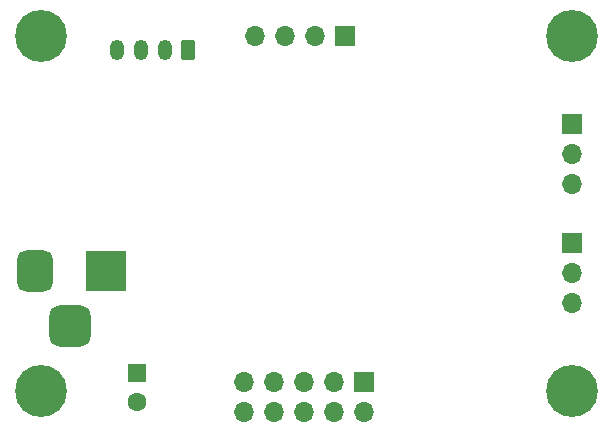
<source format=gbr>
%TF.GenerationSoftware,KiCad,Pcbnew,7.0.2-0*%
%TF.CreationDate,2023-11-21T12:49:43-05:00*%
%TF.ProjectId,WiringHarness,57697269-6e67-4486-9172-6e6573732e6b,rev?*%
%TF.SameCoordinates,Original*%
%TF.FileFunction,Soldermask,Bot*%
%TF.FilePolarity,Negative*%
%FSLAX46Y46*%
G04 Gerber Fmt 4.6, Leading zero omitted, Abs format (unit mm)*
G04 Created by KiCad (PCBNEW 7.0.2-0) date 2023-11-21 12:49:43*
%MOMM*%
%LPD*%
G01*
G04 APERTURE LIST*
G04 Aperture macros list*
%AMRoundRect*
0 Rectangle with rounded corners*
0 $1 Rounding radius*
0 $2 $3 $4 $5 $6 $7 $8 $9 X,Y pos of 4 corners*
0 Add a 4 corners polygon primitive as box body*
4,1,4,$2,$3,$4,$5,$6,$7,$8,$9,$2,$3,0*
0 Add four circle primitives for the rounded corners*
1,1,$1+$1,$2,$3*
1,1,$1+$1,$4,$5*
1,1,$1+$1,$6,$7*
1,1,$1+$1,$8,$9*
0 Add four rect primitives between the rounded corners*
20,1,$1+$1,$2,$3,$4,$5,0*
20,1,$1+$1,$4,$5,$6,$7,0*
20,1,$1+$1,$6,$7,$8,$9,0*
20,1,$1+$1,$8,$9,$2,$3,0*%
G04 Aperture macros list end*
%ADD10RoundRect,0.250000X0.350000X0.625000X-0.350000X0.625000X-0.350000X-0.625000X0.350000X-0.625000X0*%
%ADD11O,1.200000X1.750000*%
%ADD12R,1.700000X1.700000*%
%ADD13O,1.700000X1.700000*%
%ADD14C,4.400000*%
%ADD15R,3.500000X3.500000*%
%ADD16RoundRect,0.750000X-0.750000X-1.000000X0.750000X-1.000000X0.750000X1.000000X-0.750000X1.000000X0*%
%ADD17RoundRect,0.875000X-0.875000X-0.875000X0.875000X-0.875000X0.875000X0.875000X-0.875000X0.875000X0*%
%ADD18R,1.600000X1.600000*%
%ADD19C,1.600000*%
G04 APERTURE END LIST*
D10*
%TO.C,J7*%
X144500000Y-81950000D03*
D11*
X142500000Y-81950000D03*
X140500000Y-81950000D03*
X138500000Y-81950000D03*
%TD*%
D12*
%TO.C,J4*%
X159370000Y-110000000D03*
D13*
X159370000Y-112540000D03*
X156830000Y-110000000D03*
X156830000Y-112540000D03*
X154290000Y-110000000D03*
X154290000Y-112540000D03*
X151750000Y-110000000D03*
X151750000Y-112540000D03*
X149210000Y-110000000D03*
X149210000Y-112540000D03*
%TD*%
D12*
%TO.C,J3*%
X177000000Y-98225000D03*
D13*
X177000000Y-100765000D03*
X177000000Y-103305000D03*
%TD*%
D12*
%TO.C,J5*%
X157800000Y-80750000D03*
D13*
X155260000Y-80750000D03*
X152720000Y-80750000D03*
X150180000Y-80750000D03*
%TD*%
D14*
%TO.C,H2*%
X177000000Y-110750000D03*
%TD*%
%TO.C,H5*%
X132000000Y-80750000D03*
%TD*%
%TO.C,H3*%
X132000000Y-110750000D03*
%TD*%
D12*
%TO.C,J2*%
X177000000Y-88225000D03*
D13*
X177000000Y-90765000D03*
X177000000Y-93305000D03*
%TD*%
D15*
%TO.C,J1*%
X137512000Y-100592500D03*
D16*
X131512000Y-100592500D03*
D17*
X134512000Y-105292500D03*
%TD*%
D18*
%TO.C,C10*%
X140200000Y-109250000D03*
D19*
X140200000Y-111750000D03*
%TD*%
D14*
%TO.C,H1*%
X177000000Y-80750000D03*
%TD*%
M02*

</source>
